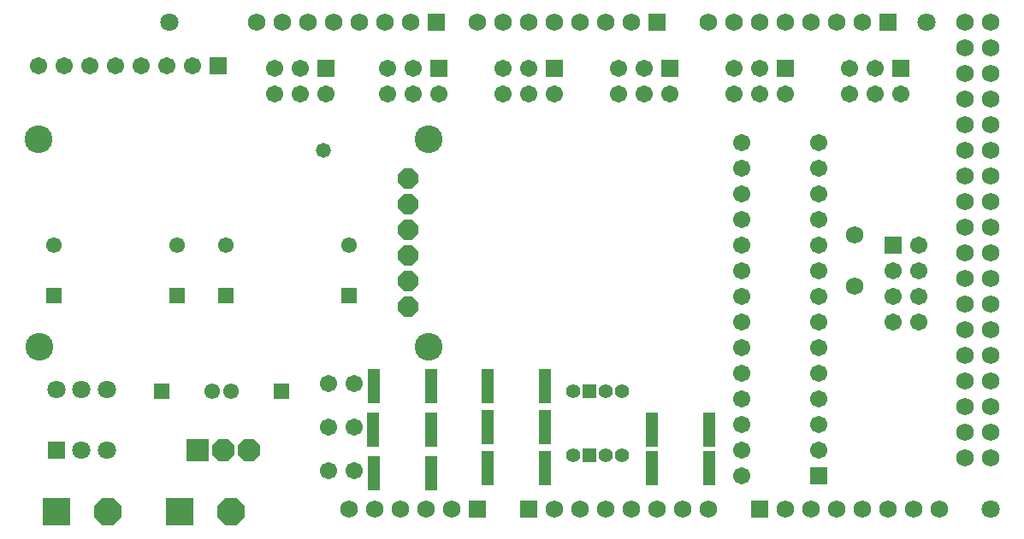
<source format=gbs>
G04 Layer_Color=16711935*
%FSLAX25Y25*%
%MOIN*%
G70*
G01*
G75*
%ADD44C,0.07099*%
%ADD45R,0.06800X0.06800*%
%ADD46C,0.06800*%
%ADD47C,0.06706*%
%ADD48R,0.06706X0.06706*%
%ADD49R,0.06115X0.06115*%
%ADD50C,0.06115*%
%ADD51C,0.05524*%
%ADD52R,0.05524X0.05524*%
%ADD53R,0.06706X0.06706*%
%ADD54P,0.08536X8X22.5*%
%ADD55C,0.10800*%
%ADD56P,0.09389X8X22.5*%
%ADD57R,0.08674X0.08674*%
%ADD58R,0.10642X0.10642*%
%ADD59P,0.11519X8X202.5*%
%ADD60R,0.07099X0.07099*%
%ADD61R,0.06115X0.06115*%
%ADD62C,0.05800*%
%ADD63R,0.05131X0.13792*%
D44*
X64000Y200000D02*
D03*
X384000Y10000D02*
D03*
X359000Y200000D02*
D03*
X29843Y33000D02*
D03*
X39685D02*
D03*
Y56622D02*
D03*
X29843D02*
D03*
X20000D02*
D03*
D45*
X294000Y10000D02*
D03*
X344000Y200000D02*
D03*
X204000Y10000D02*
D03*
X254000Y200000D02*
D03*
X184000Y10000D02*
D03*
X168000Y200000D02*
D03*
D46*
X324000Y10000D02*
D03*
X334000D02*
D03*
X344000D02*
D03*
X354000D02*
D03*
X364000D02*
D03*
X304000D02*
D03*
X314000D02*
D03*
Y200000D02*
D03*
X304000D02*
D03*
X294000D02*
D03*
X284000D02*
D03*
X274000D02*
D03*
X334000D02*
D03*
X324000D02*
D03*
X234000Y10000D02*
D03*
X244000D02*
D03*
X254000D02*
D03*
X264000D02*
D03*
X274000D02*
D03*
X214000D02*
D03*
X224000D02*
D03*
Y200000D02*
D03*
X214000D02*
D03*
X204000D02*
D03*
X194000D02*
D03*
X184000D02*
D03*
X244000D02*
D03*
X234000D02*
D03*
X374000Y30000D02*
D03*
X384000D02*
D03*
X374000Y40000D02*
D03*
X384000D02*
D03*
X374000Y50000D02*
D03*
X384000D02*
D03*
X374000Y60000D02*
D03*
X384000D02*
D03*
X374000Y70000D02*
D03*
X384000D02*
D03*
X374000Y80000D02*
D03*
X384000D02*
D03*
X374000Y90000D02*
D03*
X384000D02*
D03*
X374000Y100000D02*
D03*
X384000D02*
D03*
Y110000D02*
D03*
X374000D02*
D03*
Y120000D02*
D03*
X384000D02*
D03*
X374000Y130000D02*
D03*
X384000D02*
D03*
X374000Y140000D02*
D03*
X384000D02*
D03*
X374000Y150000D02*
D03*
X384000D02*
D03*
X374000Y160000D02*
D03*
X384000D02*
D03*
X374000Y170000D02*
D03*
X384000D02*
D03*
X374000Y180000D02*
D03*
X384000D02*
D03*
X374000Y190000D02*
D03*
X384000D02*
D03*
X374000Y200000D02*
D03*
X384000D02*
D03*
X174000Y10000D02*
D03*
X164000D02*
D03*
X154000D02*
D03*
X144000D02*
D03*
X134000D02*
D03*
X138000Y200000D02*
D03*
X128000D02*
D03*
X118000D02*
D03*
X108000D02*
D03*
X98000D02*
D03*
X158000D02*
D03*
X148000D02*
D03*
X331000Y97000D02*
D03*
Y117000D02*
D03*
D47*
X356000Y83000D02*
D03*
X346000D02*
D03*
X356000Y93000D02*
D03*
X346000D02*
D03*
X356000Y103000D02*
D03*
X346000D02*
D03*
X356000Y113000D02*
D03*
X13000Y183000D02*
D03*
X23000D02*
D03*
X33000D02*
D03*
X43000D02*
D03*
X53000D02*
D03*
X63000D02*
D03*
X73000D02*
D03*
X194000Y172000D02*
D03*
X204000D02*
D03*
X214000D02*
D03*
X194000Y182000D02*
D03*
X204000D02*
D03*
X126000Y59000D02*
D03*
X136000D02*
D03*
X126000Y42000D02*
D03*
X136000D02*
D03*
X239000Y172000D02*
D03*
X249000D02*
D03*
X259000D02*
D03*
X239000Y182000D02*
D03*
X249000D02*
D03*
X284000Y172000D02*
D03*
X294000D02*
D03*
X304000D02*
D03*
X284000Y182000D02*
D03*
X294000D02*
D03*
X329000Y172000D02*
D03*
X339000D02*
D03*
X349000D02*
D03*
X329000Y182000D02*
D03*
X339000D02*
D03*
X105000Y172000D02*
D03*
X115000D02*
D03*
X125000D02*
D03*
X105000Y182000D02*
D03*
X115000D02*
D03*
X149000Y172000D02*
D03*
X159000D02*
D03*
X169000D02*
D03*
X149000Y182000D02*
D03*
X159000D02*
D03*
X317000Y33000D02*
D03*
Y43000D02*
D03*
Y53000D02*
D03*
Y63000D02*
D03*
Y73000D02*
D03*
Y83000D02*
D03*
Y93000D02*
D03*
Y103000D02*
D03*
Y113000D02*
D03*
Y123000D02*
D03*
Y133000D02*
D03*
Y143000D02*
D03*
Y153000D02*
D03*
X287000Y23000D02*
D03*
Y33000D02*
D03*
Y43000D02*
D03*
Y53000D02*
D03*
Y63000D02*
D03*
Y73000D02*
D03*
Y83000D02*
D03*
Y93000D02*
D03*
Y103000D02*
D03*
Y113000D02*
D03*
Y123000D02*
D03*
Y133000D02*
D03*
Y143000D02*
D03*
Y153000D02*
D03*
X126000Y25000D02*
D03*
X136000D02*
D03*
D48*
X346000Y113000D02*
D03*
D49*
X19000Y93157D02*
D03*
X134000D02*
D03*
X86000D02*
D03*
X67000D02*
D03*
D50*
X19000Y112843D02*
D03*
X134000D02*
D03*
X80843Y56000D02*
D03*
X88157D02*
D03*
X86000Y112843D02*
D03*
X67000D02*
D03*
D51*
X240449Y31000D02*
D03*
X221551D02*
D03*
X234150D02*
D03*
X240299Y56000D02*
D03*
X221402D02*
D03*
X234000D02*
D03*
D52*
X227850Y31000D02*
D03*
X227701Y56000D02*
D03*
D53*
X83000Y183000D02*
D03*
X214000Y182000D02*
D03*
X259000D02*
D03*
X304000D02*
D03*
X349000D02*
D03*
X125000D02*
D03*
X169000D02*
D03*
X317000Y23000D02*
D03*
D54*
X157000Y118744D02*
D03*
Y129000D02*
D03*
Y139000D02*
D03*
Y109000D02*
D03*
Y99000D02*
D03*
Y89000D02*
D03*
D55*
X165000Y73244D02*
D03*
Y154244D02*
D03*
X13000D02*
D03*
X13500Y73244D02*
D03*
D56*
X85000Y33000D02*
D03*
X95000D02*
D03*
D57*
X75000D02*
D03*
D58*
X20000Y9000D02*
D03*
X68000D02*
D03*
D59*
X40000D02*
D03*
X88000D02*
D03*
D60*
X20000Y33000D02*
D03*
D61*
X61157Y56000D02*
D03*
X107843D02*
D03*
D62*
X124000Y150000D02*
D03*
D63*
X188000Y42000D02*
D03*
X210441D02*
D03*
X188000Y26000D02*
D03*
X210441D02*
D03*
X143780Y58000D02*
D03*
X166220D02*
D03*
X143559Y41000D02*
D03*
X166000D02*
D03*
X143780Y24000D02*
D03*
X166220D02*
D03*
X274441Y26000D02*
D03*
X252000D02*
D03*
X188000Y58000D02*
D03*
X210441D02*
D03*
X274441Y41000D02*
D03*
X252000D02*
D03*
M02*

</source>
